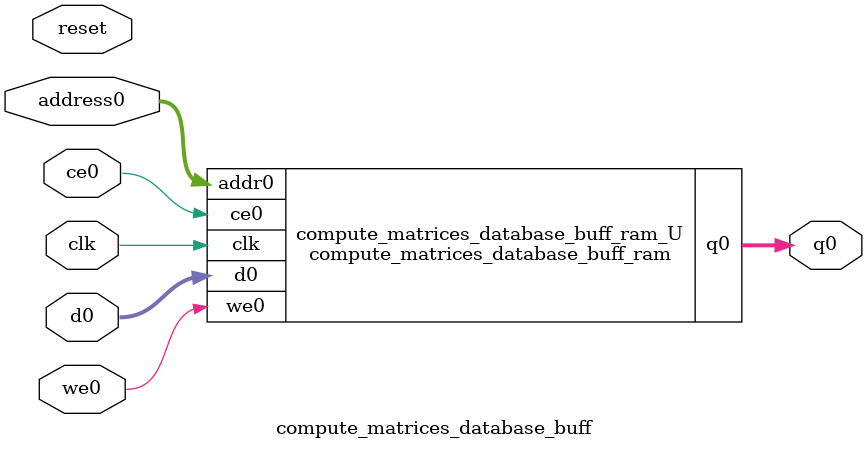
<source format=v>
`timescale 1 ns / 1 ps
module compute_matrices_database_buff_ram (addr0, ce0, d0, we0, q0,  clk);

parameter DWIDTH = 8;
parameter AWIDTH = 17;
parameter MEM_SIZE = 65598;

input[AWIDTH-1:0] addr0;
input ce0;
input[DWIDTH-1:0] d0;
input we0;
output reg[DWIDTH-1:0] q0;
input clk;

reg [DWIDTH-1:0] ram[0:MEM_SIZE-1];




always @(posedge clk)  
begin 
    if (ce0) begin
        if (we0) 
            ram[addr0] <= d0; 
        q0 <= ram[addr0];
    end
end


endmodule

`timescale 1 ns / 1 ps
module compute_matrices_database_buff(
    reset,
    clk,
    address0,
    ce0,
    we0,
    d0,
    q0);

parameter DataWidth = 32'd8;
parameter AddressRange = 32'd65598;
parameter AddressWidth = 32'd17;
input reset;
input clk;
input[AddressWidth - 1:0] address0;
input ce0;
input we0;
input[DataWidth - 1:0] d0;
output[DataWidth - 1:0] q0;



compute_matrices_database_buff_ram compute_matrices_database_buff_ram_U(
    .clk( clk ),
    .addr0( address0 ),
    .ce0( ce0 ),
    .we0( we0 ),
    .d0( d0 ),
    .q0( q0 ));

endmodule


</source>
